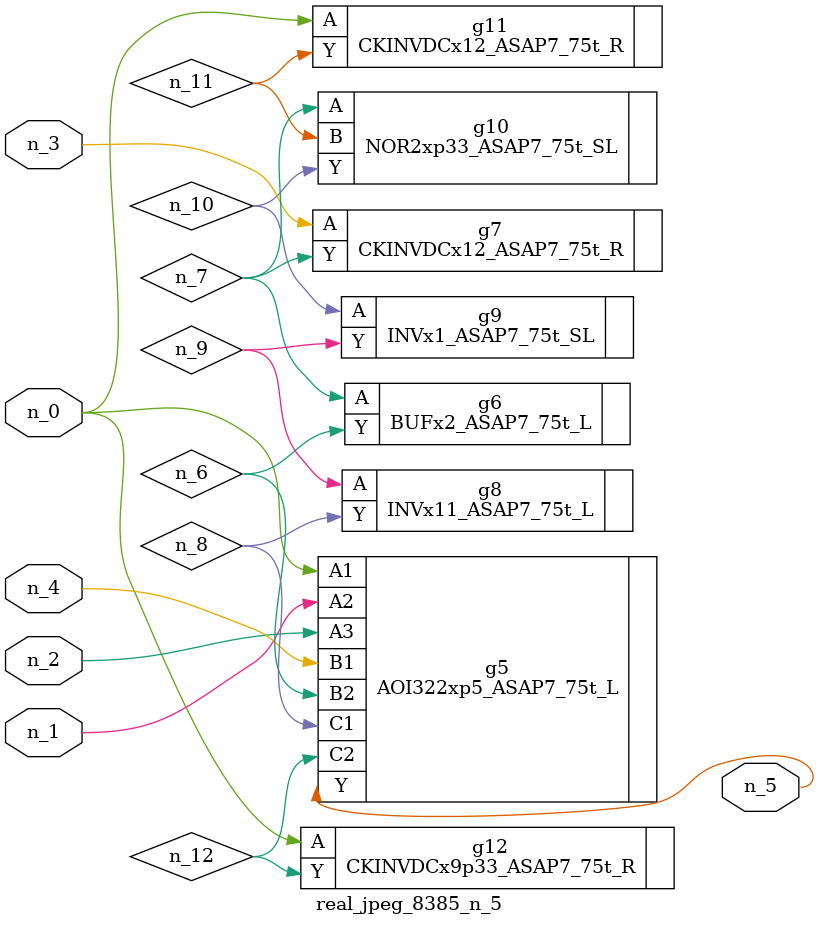
<source format=v>
module real_jpeg_8385_n_5 (n_4, n_0, n_1, n_2, n_3, n_5);

input n_4;
input n_0;
input n_1;
input n_2;
input n_3;

output n_5;

wire n_12;
wire n_8;
wire n_11;
wire n_6;
wire n_7;
wire n_10;
wire n_9;

AOI322xp5_ASAP7_75t_L g5 ( 
.A1(n_0),
.A2(n_1),
.A3(n_2),
.B1(n_4),
.B2(n_6),
.C1(n_8),
.C2(n_12),
.Y(n_5)
);

CKINVDCx12_ASAP7_75t_R g11 ( 
.A(n_0),
.Y(n_11)
);

CKINVDCx9p33_ASAP7_75t_R g12 ( 
.A(n_0),
.Y(n_12)
);

CKINVDCx12_ASAP7_75t_R g7 ( 
.A(n_3),
.Y(n_7)
);

BUFx2_ASAP7_75t_L g6 ( 
.A(n_7),
.Y(n_6)
);

NOR2xp33_ASAP7_75t_SL g10 ( 
.A(n_7),
.B(n_11),
.Y(n_10)
);

INVx11_ASAP7_75t_L g8 ( 
.A(n_9),
.Y(n_8)
);

INVx1_ASAP7_75t_SL g9 ( 
.A(n_10),
.Y(n_9)
);


endmodule
</source>
